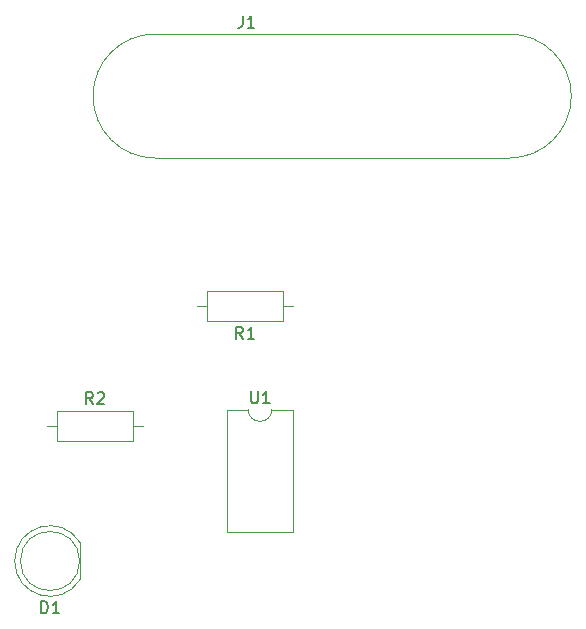
<source format=gbr>
G04 #@! TF.FileFunction,Legend,Top*
%FSLAX46Y46*%
G04 Gerber Fmt 4.6, Leading zero omitted, Abs format (unit mm)*
G04 Created by KiCad (PCBNEW 4.0.6) date Wednesday, July 05, 2017 'PMt' 10:08:47 PM*
%MOMM*%
%LPD*%
G01*
G04 APERTURE LIST*
%ADD10C,0.100000*%
%ADD11C,0.120000*%
%ADD12C,0.150000*%
G04 APERTURE END LIST*
D10*
D11*
X145600000Y-139699538D02*
G75*
G03X151150000Y-141244830I2990000J-462D01*
G01*
X145600000Y-139700462D02*
G75*
G02X151150000Y-138155170I2990000J462D01*
G01*
X151090000Y-139700000D02*
G75*
G03X151090000Y-139700000I-2500000J0D01*
G01*
X151150000Y-141245000D02*
X151150000Y-138155000D01*
X157480000Y-105580000D02*
X187480000Y-105580000D01*
X187480000Y-95080000D02*
X157480000Y-95080000D01*
X187480000Y-105580000D02*
G75*
G03X187480000Y-95080000I0J5250000D01*
G01*
X157480000Y-95080000D02*
G75*
G03X157480000Y-105580000I0J-5250000D01*
G01*
X168310000Y-119420000D02*
X168310000Y-116800000D01*
X168310000Y-116800000D02*
X161890000Y-116800000D01*
X161890000Y-116800000D02*
X161890000Y-119420000D01*
X161890000Y-119420000D02*
X168310000Y-119420000D01*
X169200000Y-118110000D02*
X168310000Y-118110000D01*
X161000000Y-118110000D02*
X161890000Y-118110000D01*
X149190000Y-126960000D02*
X149190000Y-129580000D01*
X149190000Y-129580000D02*
X155610000Y-129580000D01*
X155610000Y-129580000D02*
X155610000Y-126960000D01*
X155610000Y-126960000D02*
X149190000Y-126960000D01*
X148300000Y-128270000D02*
X149190000Y-128270000D01*
X156500000Y-128270000D02*
X155610000Y-128270000D01*
X165370000Y-126880000D02*
X163600000Y-126880000D01*
X163600000Y-126880000D02*
X163600000Y-137280000D01*
X163600000Y-137280000D02*
X169140000Y-137280000D01*
X169140000Y-137280000D02*
X169140000Y-126880000D01*
X169140000Y-126880000D02*
X167370000Y-126880000D01*
X167370000Y-126880000D02*
G75*
G02X165370000Y-126880000I-1000000J0D01*
G01*
D12*
X147851905Y-144112381D02*
X147851905Y-143112381D01*
X148090000Y-143112381D01*
X148232858Y-143160000D01*
X148328096Y-143255238D01*
X148375715Y-143350476D01*
X148423334Y-143540952D01*
X148423334Y-143683810D01*
X148375715Y-143874286D01*
X148328096Y-143969524D01*
X148232858Y-144064762D01*
X148090000Y-144112381D01*
X147851905Y-144112381D01*
X149375715Y-144112381D02*
X148804286Y-144112381D01*
X149090000Y-144112381D02*
X149090000Y-143112381D01*
X148994762Y-143255238D01*
X148899524Y-143350476D01*
X148804286Y-143398095D01*
X164896667Y-93532381D02*
X164896667Y-94246667D01*
X164849047Y-94389524D01*
X164753809Y-94484762D01*
X164610952Y-94532381D01*
X164515714Y-94532381D01*
X165896667Y-94532381D02*
X165325238Y-94532381D01*
X165610952Y-94532381D02*
X165610952Y-93532381D01*
X165515714Y-93675238D01*
X165420476Y-93770476D01*
X165325238Y-93818095D01*
X164933334Y-120872381D02*
X164600000Y-120396190D01*
X164361905Y-120872381D02*
X164361905Y-119872381D01*
X164742858Y-119872381D01*
X164838096Y-119920000D01*
X164885715Y-119967619D01*
X164933334Y-120062857D01*
X164933334Y-120205714D01*
X164885715Y-120300952D01*
X164838096Y-120348571D01*
X164742858Y-120396190D01*
X164361905Y-120396190D01*
X165885715Y-120872381D02*
X165314286Y-120872381D01*
X165600000Y-120872381D02*
X165600000Y-119872381D01*
X165504762Y-120015238D01*
X165409524Y-120110476D01*
X165314286Y-120158095D01*
X152233334Y-126412381D02*
X151900000Y-125936190D01*
X151661905Y-126412381D02*
X151661905Y-125412381D01*
X152042858Y-125412381D01*
X152138096Y-125460000D01*
X152185715Y-125507619D01*
X152233334Y-125602857D01*
X152233334Y-125745714D01*
X152185715Y-125840952D01*
X152138096Y-125888571D01*
X152042858Y-125936190D01*
X151661905Y-125936190D01*
X152614286Y-125507619D02*
X152661905Y-125460000D01*
X152757143Y-125412381D01*
X152995239Y-125412381D01*
X153090477Y-125460000D01*
X153138096Y-125507619D01*
X153185715Y-125602857D01*
X153185715Y-125698095D01*
X153138096Y-125840952D01*
X152566667Y-126412381D01*
X153185715Y-126412381D01*
X165608095Y-125332381D02*
X165608095Y-126141905D01*
X165655714Y-126237143D01*
X165703333Y-126284762D01*
X165798571Y-126332381D01*
X165989048Y-126332381D01*
X166084286Y-126284762D01*
X166131905Y-126237143D01*
X166179524Y-126141905D01*
X166179524Y-125332381D01*
X167179524Y-126332381D02*
X166608095Y-126332381D01*
X166893809Y-126332381D02*
X166893809Y-125332381D01*
X166798571Y-125475238D01*
X166703333Y-125570476D01*
X166608095Y-125618095D01*
M02*

</source>
